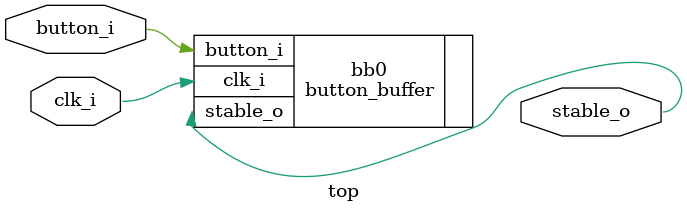
<source format=sv>
`default_nettype none

module top (
  input logic  clk_i,
  input logic  button_i,
  output logic stable_o
);


  button_buffer bb0 (
    .clk_i   (clk_i),
    .button_i(button_i),
    .stable_o(stable_o)
  );

endmodule : top

</source>
